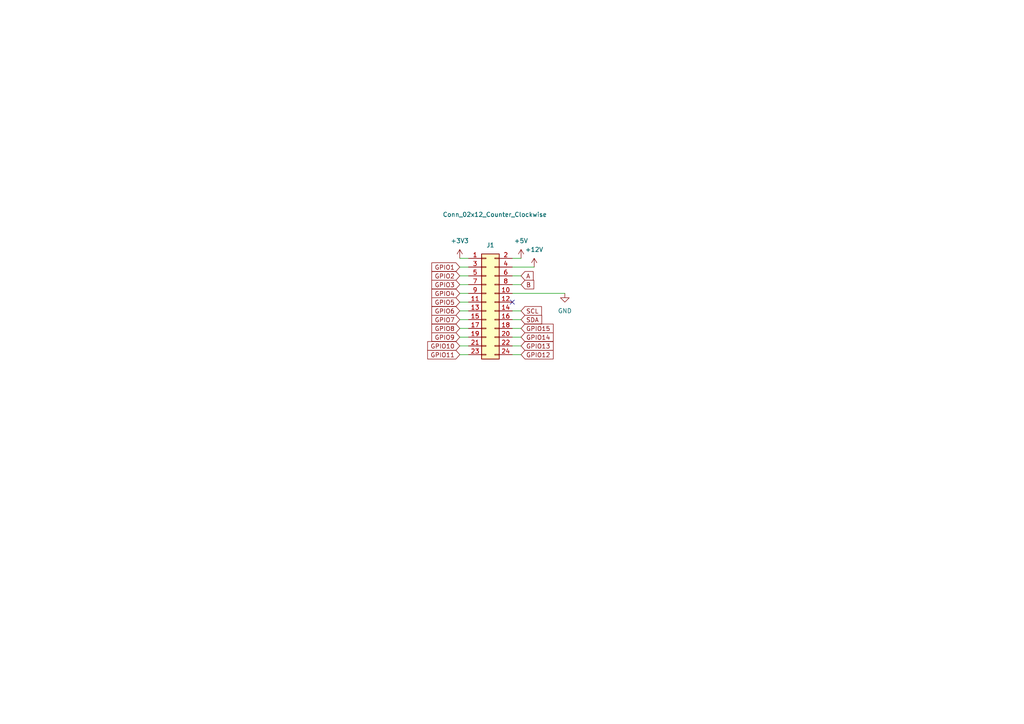
<source format=kicad_sch>
(kicad_sch (version 20211123) (generator eeschema)
  (paper "A4")
  (lib_symbols
    (symbol "Connector_Generic:Conn_02x12_Odd_Even" (pin_names (offset 1.016) hide)
      (property "Reference" "J" (at 1.27 15.24 0))
      (property "Value" "Conn_02x12_Odd_Even" (at 1.27 -17.78 0))
      (symbol "Conn_02x12_Odd_Even_1_1"
        (rectangle (start -1.27 -15.113) (end 0 -15.367) (stroke (width 0.1524)))
        (rectangle (start -1.27 -12.573) (end 0 -12.827) (stroke (width 0.1524)))
        (rectangle (start -1.27 -10.033) (end 0 -10.287) (stroke (width 0.1524)))
        (rectangle (start -1.27 -7.493) (end 0 -7.747) (stroke (width 0.1524)))
        (rectangle (start -1.27 -4.953) (end 0 -5.207) (stroke (width 0.1524)))
        (rectangle (start -1.27 -2.413) (end 0 -2.667) (stroke (width 0.1524)))
        (rectangle (start -1.27 0.127) (end 0 -0.127) (stroke (width 0.1524)))
        (rectangle (start -1.27 2.667) (end 0 2.413) (stroke (width 0.1524)))
        (rectangle (start -1.27 5.207) (end 0 4.953) (stroke (width 0.1524)))
        (rectangle (start -1.27 7.747) (end 0 7.493) (stroke (width 0.1524)))
        (rectangle (start -1.27 10.287) (end 0 10.033) (stroke (width 0.1524)))
        (rectangle (start -1.27 12.827) (end 0 12.573) (stroke (width 0.1524)))
        (rectangle (start -1.27 13.97) (end 3.81 -16.51) (stroke (width 0.254)) (fill (type background)))
        (rectangle (start 3.81 -15.113) (end 2.54 -15.367) (stroke (width 0.1524)))
        (rectangle (start 3.81 -12.573) (end 2.54 -12.827) (stroke (width 0.1524)))
        (rectangle (start 3.81 -10.033) (end 2.54 -10.287) (stroke (width 0.1524)))
        (rectangle (start 3.81 -7.493) (end 2.54 -7.747) (stroke (width 0.1524)))
        (rectangle (start 3.81 -4.953) (end 2.54 -5.207) (stroke (width 0.1524)))
        (rectangle (start 3.81 -2.413) (end 2.54 -2.667) (stroke (width 0.1524)))
        (rectangle (start 3.81 0.127) (end 2.54 -0.127) (stroke (width 0.1524)))
        (rectangle (start 3.81 2.667) (end 2.54 2.413) (stroke (width 0.1524)))
        (rectangle (start 3.81 5.207) (end 2.54 4.953) (stroke (width 0.1524)))
        (rectangle (start 3.81 7.747) (end 2.54 7.493) (stroke (width 0.1524)))
        (rectangle (start 3.81 10.287) (end 2.54 10.033) (stroke (width 0.1524)))
        (rectangle (start 3.81 12.827) (end 2.54 12.573) (stroke (width 0.1524)))
        (pin passive line (at -5.08 12.7 0) (length 3.81) (name "Pin_1") (number "1"))
        (pin passive line (at 7.62 2.54 180) (length 3.81) (name "Pin_10") (number "10"))
        (pin passive line (at -5.08 0 0) (length 3.81) (name "Pin_11") (number "11"))
        (pin passive line (at 7.62 0 180) (length 3.81) (name "Pin_12") (number "12"))
        (pin passive line (at -5.08 -2.54 0) (length 3.81) (name "Pin_13") (number "13"))
        (pin passive line (at 7.62 -2.54 180) (length 3.81) (name "Pin_14") (number "14"))
        (pin passive line (at -5.08 -5.08 0) (length 3.81) (name "Pin_15") (number "15"))
        (pin passive line (at 7.62 -5.08 180) (length 3.81) (name "Pin_16") (number "16"))
        (pin passive line (at -5.08 -7.62 0) (length 3.81) (name "Pin_17") (number "17"))
        (pin passive line (at 7.62 -7.62 180) (length 3.81) (name "Pin_18") (number "18"))
        (pin passive line (at -5.08 -10.16 0) (length 3.81) (name "Pin_19") (number "19"))
        (pin passive line (at 7.62 12.7 180) (length 3.81) (name "Pin_2") (number "2"))
        (pin passive line (at 7.62 -10.16 180) (length 3.81) (name "Pin_20") (number "20"))
        (pin passive line (at -5.08 -12.7 0) (length 3.81) (name "Pin_21") (number "21"))
        (pin passive line (at 7.62 -12.7 180) (length 3.81) (name "Pin_22") (number "22"))
        (pin passive line (at -5.08 -15.24 0) (length 3.81) (name "Pin_23") (number "23"))
        (pin passive line (at 7.62 -15.24 180) (length 3.81) (name "Pin_24") (number "24"))
        (pin passive line (at -5.08 10.16 0) (length 3.81) (name "Pin_3") (number "3"))
        (pin passive line (at 7.62 10.16 180) (length 3.81) (name "Pin_4") (number "4"))
        (pin passive line (at -5.08 7.62 0) (length 3.81) (name "Pin_5") (number "5"))
        (pin passive line (at 7.62 7.62 180) (length 3.81) (name "Pin_6") (number "6"))
        (pin passive line (at -5.08 5.08 0) (length 3.81) (name "Pin_7") (number "7"))
        (pin passive line (at 7.62 5.08 180) (length 3.81) (name "Pin_8") (number "8"))
        (pin passive line (at -5.08 2.54 0) (length 3.81) (name "Pin_9") (number "9"))
      )
    )
    (symbol "power:+12V" (power) (pin_names (offset 0))
      (property "Value" "+12V" (at 0 3.556 0))
      (symbol "+12V_0_1"
        (polyline (pts (xy -0.762 1.27) (xy 0 2.54)))
        (polyline (pts (xy 0 0) (xy 0 2.54)))
        (polyline (pts (xy 0 2.54) (xy 0.762 1.27)))
      )
      (symbol "+12V_1_1"
        (pin power_in line (at 0 0 90) (length 0) hide (name "+12V") (number "1"))
      )
    )
    (symbol "power:+3V3" (power) (pin_names (offset 0))
      (property "Value" "+3V3" (at 0 3.556 0))
      (symbol "+3V3_0_1"
        (polyline (pts (xy -0.762 1.27) (xy 0 2.54)))
        (polyline (pts (xy 0 0) (xy 0 2.54)))
        (polyline (pts (xy 0 2.54) (xy 0.762 1.27)))
      )
      (symbol "+3V3_1_1"
        (pin power_in line (at 0 0 90) (length 0) hide (name "+3V3") (number "1"))
      )
    )
    (symbol "power:+5V" (power) (pin_names (offset 0))
      (property "Value" "+5V" (at 0 3.556 0))
      (symbol "+5V_0_1"
        (polyline (pts (xy -0.762 1.27) (xy 0 2.54)))
        (polyline (pts (xy 0 0) (xy 0 2.54)))
        (polyline (pts (xy 0 2.54) (xy 0.762 1.27)))
      )
      (symbol "+5V_1_1"
        (pin power_in line (at 0 0 90) (length 0) hide (name "+5V") (number "1"))
      )
    )
    (symbol "power:GND" (power) (pin_names (offset 0))
      (property "Value" "GND" (at 0 -3.81 0))
      (symbol "GND_0_1"
        (polyline (pts (xy 0 0) (xy 0 -1.27) (xy 1.27 -1.27) (xy 0 -2.54) (xy -1.27 -1.27) (xy 0 -1.27)))
      )
      (symbol "GND_1_1"
        (pin power_in line (at 0 0 270) (length 0) hide (name "GND") (number "1"))
      )
    )
  )
  (no_connect (at 148.59 87.63))
  (wire (pts (xy 148.59 74.93) (xy 151.13 74.93)))
  (wire (pts (xy 135.89 77.47) (xy 133.35 77.47)))
  (wire (pts (xy 135.89 80.01) (xy 133.35 80.01)))
  (wire (pts (xy 151.13 100.33) (xy 148.59 100.33)))
  (wire (pts (xy 135.89 95.25) (xy 133.35 95.25)))
  (wire (pts (xy 135.89 82.55) (xy 133.35 82.55)))
  (wire (pts (xy 151.13 92.71) (xy 148.59 92.71)))
  (wire (pts (xy 148.59 85.09) (xy 163.83 85.09)))
  (wire (pts (xy 151.13 82.55) (xy 148.59 82.55)))
  (wire (pts (xy 148.59 102.87) (xy 151.13 102.87)))
  (wire (pts (xy 148.59 77.47) (xy 154.94 77.47)))
  (wire (pts (xy 151.13 95.25) (xy 148.59 95.25)))
  (wire (pts (xy 133.35 74.93) (xy 135.89 74.93)))
  (wire (pts (xy 133.35 97.79) (xy 135.89 97.79)))
  (wire (pts (xy 135.89 92.71) (xy 133.35 92.71)))
  (wire (pts (xy 133.35 100.33) (xy 135.89 100.33)))
  (wire (pts (xy 135.89 87.63) (xy 133.35 87.63)))
  (wire (pts (xy 135.89 90.17) (xy 133.35 90.17)))
  (wire (pts (xy 151.13 80.01) (xy 148.59 80.01)))
  (wire (pts (xy 135.89 85.09) (xy 133.35 85.09)))
  (wire (pts (xy 133.35 102.87) (xy 135.89 102.87)))
  (wire (pts (xy 151.13 97.79) (xy 148.59 97.79)))
  (wire (pts (xy 151.13 90.17) (xy 148.59 90.17)))
  (global_label "GPIO7" (shape input) (at 133.35 92.71 180) (property "Intersheet References" "${INTERSHEET_REFS}" (effects hide)))
  (global_label "GPIO8" (shape input) (at 133.35 95.25 180) (property "Intersheet References" "${INTERSHEET_REFS}" (effects hide)))
  (global_label "GPIO3" (shape input) (at 133.35 82.55 180) (property "Intersheet References" "${INTERSHEET_REFS}" (effects hide)))
  (global_label "A" (shape input) (at 151.13 80.01 0) (property "Intersheet References" "${INTERSHEET_REFS}" (effects hide)))
  (global_label "GPIO12" (shape input) (at 151.13 102.87 0) (property "Intersheet References" "${INTERSHEET_REFS}" (effects hide)))
  (global_label "GPIO4" (shape input) (at 133.35 85.09 180) (property "Intersheet References" "${INTERSHEET_REFS}" (effects hide)))
  (global_label "SCL" (shape input) (at 151.13 90.17 0) (property "Intersheet References" "${INTERSHEET_REFS}" (effects hide)))
  (global_label "GPIO5" (shape input) (at 133.35 87.63 180) (property "Intersheet References" "${INTERSHEET_REFS}" (effects hide)))
  (global_label "GPIO14" (shape input) (at 151.13 97.79 0) (property "Intersheet References" "${INTERSHEET_REFS}" (effects hide)))
  (global_label "B" (shape input) (at 151.13 82.55 0) (property "Intersheet References" "${INTERSHEET_REFS}" (effects hide)))
  (global_label "GPIO9" (shape input) (at 133.35 97.79 180) (property "Intersheet References" "${INTERSHEET_REFS}" (effects hide)))
  (global_label "GPIO11" (shape input) (at 133.35 102.87 180) (property "Intersheet References" "${INTERSHEET_REFS}" (effects hide)))
  (global_label "GPIO1" (shape input) (at 133.35 77.47 180) (property "Intersheet References" "${INTERSHEET_REFS}" (effects hide)))
  (global_label "GPIO13" (shape input) (at 151.13 100.33 0) (property "Intersheet References" "${INTERSHEET_REFS}" (effects hide)))
  (global_label "GPIO2" (shape input) (at 133.35 80.01 180) (property "Intersheet References" "${INTERSHEET_REFS}" (effects hide)))
  (global_label "GPIO15" (shape input) (at 151.13 95.25 0) (property "Intersheet References" "${INTERSHEET_REFS}" (effects hide)))
  (global_label "GPIO10" (shape input) (at 133.35 100.33 180) (property "Intersheet References" "${INTERSHEET_REFS}" (effects hide)))
  (global_label "GPIO6" (shape input) (at 133.35 90.17 180) (property "Intersheet References" "${INTERSHEET_REFS}" (effects hide)))
  (global_label "SDA" (shape input) (at 151.13 92.71 0) (property "Intersheet References" "${INTERSHEET_REFS}" (effects hide)))
  (symbol (lib_id "power:GND") (at 163.83 85.09 0) (mirror y) (unit 1)
    (property "Reference" "#PWR024" (effects hide))
    (property "Value" "GND" (at 163.83 90.17 0))
  )
  (symbol (lib_id "Connector_Generic:Conn_02x12_Odd_Even") (at 140.97 87.63 0) (unit 1)
    (property "Reference" "J1" (at 142.24 71.12 0))
    (property "Value" "Conn_02x12_Counter_Clockwise" (at 143.51 62.23 0))
    (property "Footprint" "Connector_PinHeader_2.00mm:PinHeader_2x12_P2.00mm_Vertical" (effects hide))
  )
  (symbol (lib_id "power:+12V") (at 154.94 77.47 0) (unit 1)
    (property "Reference" "#PWR023" (effects hide))
    (property "Value" "+12V" (at 154.94 72.39 0))
  )
  (symbol (lib_id "power:+3V3") (at 133.35 74.93 0) (unit 1)
    (property "Reference" "#PWR021" (effects hide))
    (property "Value" "+3V3" (at 133.35 69.85 0))
  )
  (symbol (lib_id "power:+5V") (at 151.13 74.93 0) (unit 1)
    (property "Reference" "#PWR022" (effects hide))
    (property "Value" "+5V" (at 151.13 69.85 0))
  )
)
</source>
